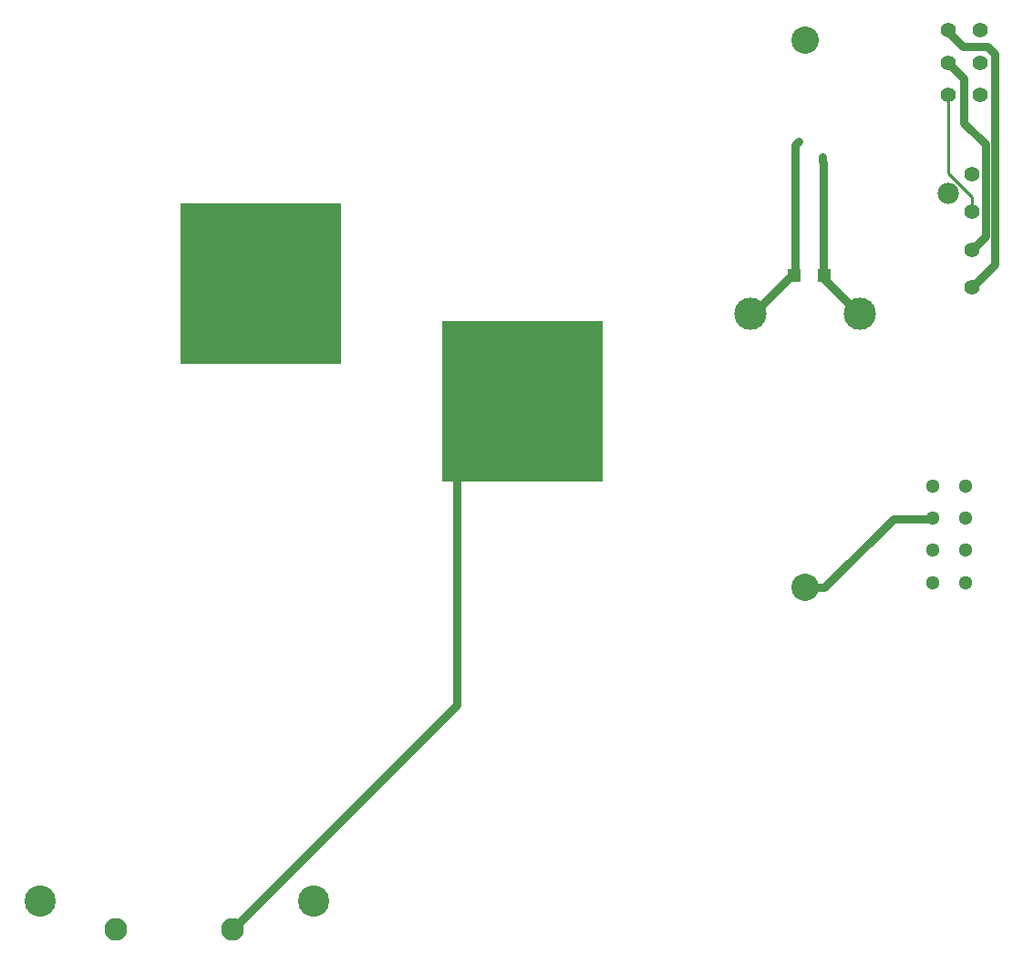
<source format=gbl>
G04 #@! TF.GenerationSoftware,KiCad,Pcbnew,5.0.2-bee76a0~70~ubuntu18.04.1*
G04 #@! TF.CreationDate,2019-04-30T11:18:50-04:00*
G04 #@! TF.ProjectId,AIR_Mount_Plus,4149525f-4d6f-4756-9e74-5f506c75732e,rev?*
G04 #@! TF.SameCoordinates,Original*
G04 #@! TF.FileFunction,Copper,L2,Bot*
G04 #@! TF.FilePolarity,Positive*
%FSLAX46Y46*%
G04 Gerber Fmt 4.6, Leading zero omitted, Abs format (unit mm)*
G04 Created by KiCad (PCBNEW 5.0.2-bee76a0~70~ubuntu18.04.1) date Tue 30 Apr 2019 11:18:50 AM EDT*
%MOMM*%
%LPD*%
G01*
G04 APERTURE LIST*
G04 #@! TA.AperFunction,ComponentPad*
%ADD10C,2.540000*%
G04 #@! TD*
G04 #@! TA.AperFunction,BGAPad,CuDef*
%ADD11C,3.000000*%
G04 #@! TD*
G04 #@! TA.AperFunction,ComponentPad*
%ADD12C,2.120000*%
G04 #@! TD*
G04 #@! TA.AperFunction,ComponentPad*
%ADD13C,2.900000*%
G04 #@! TD*
G04 #@! TA.AperFunction,ComponentPad*
%ADD14C,1.400000*%
G04 #@! TD*
G04 #@! TA.AperFunction,ComponentPad*
%ADD15C,1.300000*%
G04 #@! TD*
G04 #@! TA.AperFunction,ComponentPad*
%ADD16C,1.397000*%
G04 #@! TD*
G04 #@! TA.AperFunction,ComponentPad*
%ADD17C,1.981000*%
G04 #@! TD*
G04 #@! TA.AperFunction,SMDPad,CuDef*
%ADD18R,1.200000X1.200000*%
G04 #@! TD*
G04 #@! TA.AperFunction,ComponentPad*
%ADD19R,15.000000X15.000000*%
G04 #@! TD*
G04 #@! TA.AperFunction,ComponentPad*
%ADD20C,1.700000*%
G04 #@! TD*
G04 #@! TA.AperFunction,ViaPad*
%ADD21C,0.609600*%
G04 #@! TD*
G04 #@! TA.AperFunction,Conductor*
%ADD22C,0.254000*%
G04 #@! TD*
G04 #@! TA.AperFunction,Conductor*
%ADD23C,0.762000*%
G04 #@! TD*
G04 APERTURE END LIST*
D10*
G04 #@! TO.P,K1,1*
G04 #@! TO.N,/Discharge_TS+*
X267100000Y-75700000D03*
G04 #@! TO.P,K1,2*
G04 #@! TO.N,Net-(K1-Pad2)*
X267100000Y-24900000D03*
D11*
G04 #@! TO.P,K1,3*
G04 #@! TO.N,/GND*
X272180000Y-50300000D03*
G04 #@! TO.P,K1,4*
G04 #@! TO.N,/Shutdown_In*
X262020000Y-50300000D03*
G04 #@! TD*
D12*
G04 #@! TO.P,R2,1*
G04 #@! TO.N,/TS+*
X213969600Y-107467400D03*
G04 #@! TO.P,R2,2*
G04 #@! TO.N,Net-(K1-Pad2)*
X203069600Y-107467400D03*
D13*
G04 #@! TO.P,R2,4*
G04 #@! TO.N,N/C*
X221462600Y-104797400D03*
G04 #@! TO.P,R2,5*
X196062600Y-104797400D03*
G04 #@! TD*
D14*
G04 #@! TO.P,J1,6*
G04 #@! TO.N,/Coil+*
X280400000Y-24000000D03*
G04 #@! TO.P,J1,5*
G04 #@! TO.N,/Coil-*
X280400000Y-27000000D03*
G04 #@! TO.P,J1,4*
G04 #@! TO.N,/AUX+*
X280400000Y-30000000D03*
G04 #@! TO.P,J1,3*
G04 #@! TO.N,/AUX-*
X283400000Y-24000000D03*
G04 #@! TO.P,J1,2*
G04 #@! TO.N,/Shutdown_In*
X283400000Y-27000000D03*
G04 #@! TO.P,J1,1*
G04 #@! TO.N,/GND*
X283400000Y-30000000D03*
G04 #@! TD*
D15*
G04 #@! TO.P,J2,1*
G04 #@! TO.N,/BSPD_Current_Sensor*
X282001228Y-75257894D03*
G04 #@! TO.P,J2,6*
G04 #@! TO.N,/TSMP+*
X279001228Y-72257894D03*
G04 #@! TO.P,J2,3*
G04 #@! TO.N,/BSPD_Current_Sensor*
X282001228Y-69257894D03*
G04 #@! TO.P,J2,4*
X282001228Y-66257894D03*
G04 #@! TO.P,J2,7*
G04 #@! TO.N,/Discharge_TS+*
X279001228Y-69257894D03*
G04 #@! TO.P,J2,5*
G04 #@! TO.N,/BSPD_Current_Sensor*
X279001228Y-75257894D03*
G04 #@! TO.P,J2,2*
X282001228Y-72257894D03*
G04 #@! TO.P,J2,8*
G04 #@! TO.N,Net-(J2-Pad8)*
X279001228Y-66257894D03*
G04 #@! TD*
D16*
G04 #@! TO.P,J3,2*
G04 #@! TO.N,/AUX+*
X282600000Y-40850000D03*
G04 #@! TO.P,J3,1*
G04 #@! TO.N,/AUX-*
X282600000Y-37350000D03*
D17*
G04 #@! TO.P,J3,*
G04 #@! TO.N,*
X280370000Y-39100000D03*
D16*
G04 #@! TO.P,J3,3*
G04 #@! TO.N,/Coil-*
X282600000Y-44350000D03*
G04 #@! TO.P,J3,4*
G04 #@! TO.N,/Coil+*
X282600000Y-47850000D03*
G04 #@! TD*
D18*
G04 #@! TO.P,D1,1*
G04 #@! TO.N,/Shutdown_In*
X266062000Y-46736000D03*
G04 #@! TO.P,D1,2*
G04 #@! TO.N,/GND*
X268862000Y-46736000D03*
G04 #@! TD*
D19*
G04 #@! TO.P,J4,1*
G04 #@! TO.N,/BAT+*
X216535832Y-47491956D03*
D20*
X220345832Y-53841956D03*
X222885832Y-53841956D03*
X217805832Y-53841956D03*
X215265832Y-53841956D03*
X212725832Y-53841956D03*
X210185832Y-53841956D03*
X220345832Y-41141956D03*
X215265832Y-41141956D03*
X217805832Y-41141956D03*
X210185832Y-41141956D03*
X222885832Y-41141956D03*
X212725832Y-41141956D03*
G04 #@! TD*
G04 #@! TO.P,J5,1*
G04 #@! TO.N,/TS+*
X237072336Y-52029409D03*
X247232336Y-52029409D03*
X234532336Y-52029409D03*
X242152336Y-52029409D03*
X239612336Y-52029409D03*
X244692336Y-52029409D03*
X234532336Y-64729409D03*
X237072336Y-64729409D03*
X239612336Y-64729409D03*
X242152336Y-64729409D03*
X247232336Y-64729409D03*
X244692336Y-64729409D03*
D19*
X240882336Y-58379409D03*
G04 #@! TD*
D21*
G04 #@! TO.N,/Shutdown_In*
X266480000Y-34330000D03*
G04 #@! TO.N,/GND*
X268720000Y-35720000D03*
G04 #@! TD*
D22*
G04 #@! TO.N,/AUX+*
X282600000Y-39450546D02*
X280400000Y-37250546D01*
X282600000Y-40850000D02*
X282600000Y-39450546D01*
X280400000Y-37250546D02*
X280400000Y-29950000D01*
D23*
G04 #@! TO.N,/Coil+*
X284746311Y-45703689D02*
X284746311Y-26321311D01*
X282600000Y-47850000D02*
X284746311Y-45703689D01*
X284746311Y-26321311D02*
X284746311Y-26196311D01*
X284746311Y-26196311D02*
X284025000Y-25475000D01*
X284025000Y-25475000D02*
X281725000Y-25475000D01*
X281725000Y-25475000D02*
X280400000Y-24150000D01*
G04 #@! TO.N,/Coil-*
X283831901Y-34556901D02*
X281850000Y-32575000D01*
X282600000Y-44350000D02*
X283831901Y-43118099D01*
X283831901Y-43118099D02*
X283831901Y-34556901D01*
X281850000Y-32575000D02*
X281850000Y-28450000D01*
X281850000Y-28450000D02*
X280500000Y-27100000D01*
G04 #@! TO.N,/Shutdown_In*
X266175201Y-34634799D02*
X266175201Y-46434799D01*
X266480000Y-34330000D02*
X266175201Y-34634799D01*
X266175201Y-46434799D02*
X262380000Y-50230000D01*
X262380000Y-50230000D02*
X262170000Y-50230000D01*
G04 #@! TO.N,/GND*
X268720000Y-36151052D02*
X268790000Y-36221052D01*
X268720000Y-35720000D02*
X268720000Y-36151052D01*
X268790000Y-36221052D02*
X268790000Y-46640000D01*
X268790000Y-46640000D02*
X268790000Y-46950000D01*
X268790000Y-46950000D02*
X272040000Y-50200000D01*
G04 #@! TO.N,/Discharge_TS+*
X268896051Y-75700000D02*
X275296051Y-69300000D01*
X267100000Y-75700000D02*
X268896051Y-75700000D01*
X275296051Y-69300000D02*
X279000000Y-69300000D01*
G04 #@! TO.N,/TS+*
X213969600Y-107467400D02*
X234800000Y-86637000D01*
X234800000Y-86637000D02*
X234800000Y-64800000D01*
G04 #@! TD*
M02*

</source>
